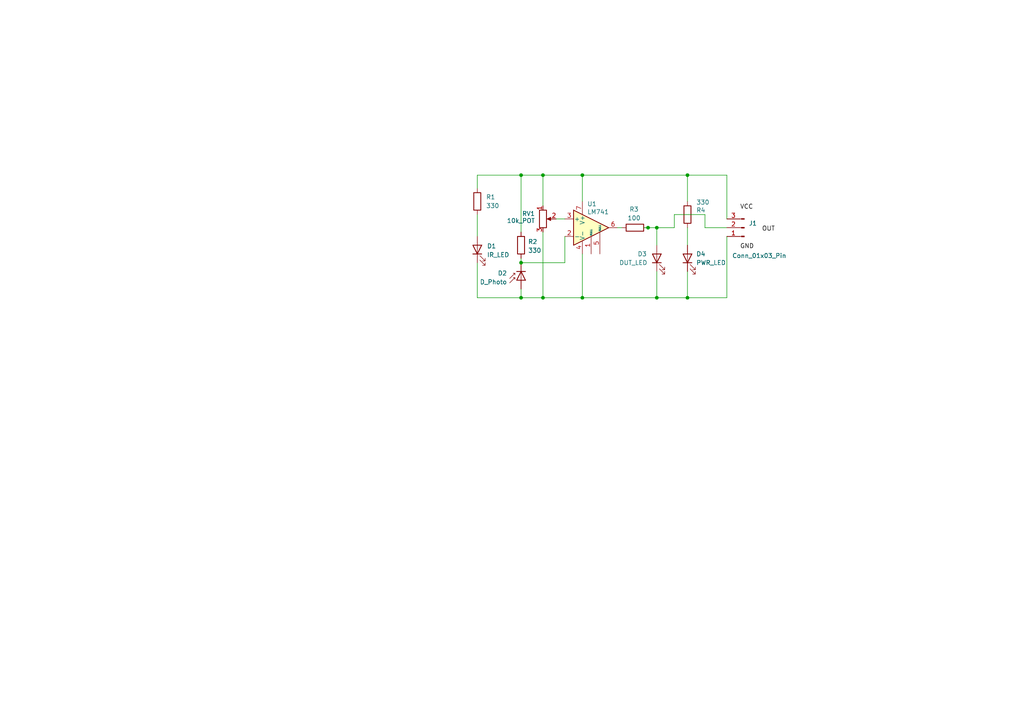
<source format=kicad_sch>
(kicad_sch (version 20231120) (generator "eeschema") (generator_version "8.0")
  (paper "A4")
  (lib_symbols
    (symbol "Amplifier_Operational:LM741" (pin_names (offset 0.127))
      (property "Reference" "U" (at 0 6.35 0))
      (property "Value" "LM741" (at 0 3.81 0))
      (symbol "LM741_0_1"
        (polyline (pts (xy -5.08 5.08) (xy 5.08 0) (xy -5.08 -5.08) (xy -5.08 5.08)) (stroke (width 0.254)) (fill (type background)))
      )
      (symbol "LM741_1_1"
        (pin input line (at 0 -7.62 90) (length 5.08) (name "NULL") (number "1"))
        (pin input line (at -7.62 -2.54 0) (length 2.54) (name "-") (number "2"))
        (pin input line (at -7.62 2.54 0) (length 2.54) (name "+") (number "3"))
        (pin power_in line (at -2.54 -7.62 90) (length 3.81) (name "V-") (number "4"))
        (pin input line (at 2.54 -7.62 90) (length 6.35) (name "NULL") (number "5"))
        (pin output line (at 7.62 0 180) (length 2.54) (name "~") (number "6"))
        (pin power_in line (at -2.54 7.62 270) (length 3.81) (name "V+") (number "7"))
        (pin no_connect line (at 0 2.54 270) (length 2.54) hide (name "NC") (number "8"))
      )
    )
    (symbol "Connector:Conn_01x03_Pin" (pin_names (offset 1.016) hide)
      (property "Reference" "J" (at 0 5.08 0))
      (property "Value" "Conn_01x03_Pin" (at 0 -5.08 0))
      (symbol "Conn_01x03_Pin_1_1"
        (polyline (pts (xy 1.27 -2.54) (xy 0.8636 -2.54)) (stroke (width 0.1524)))
        (polyline (pts (xy 1.27 0) (xy 0.8636 0)) (stroke (width 0.1524)))
        (polyline (pts (xy 1.27 2.54) (xy 0.8636 2.54)) (stroke (width 0.1524)))
        (rectangle (start 0.8636 -2.413) (end 0 -2.667) (stroke (width 0.1524)) (fill (type outline)))
        (rectangle (start 0.8636 0.127) (end 0 -0.127) (stroke (width 0.1524)) (fill (type outline)))
        (rectangle (start 0.8636 2.667) (end 0 2.413) (stroke (width 0.1524)) (fill (type outline)))
        (pin passive line (at 5.08 2.54 180) (length 3.81) (name "Pin_1") (number "1"))
        (pin passive line (at 5.08 0 180) (length 3.81) (name "Pin_2") (number "2"))
        (pin passive line (at 5.08 -2.54 180) (length 3.81) (name "Pin_3") (number "3"))
      )
    )
    (symbol "Device:D_Photo" (pin_numbers hide) (pin_names hide)
      (property "Reference" "D" (at 0.508 1.778 0))
      (property "Value" "D_Photo" (at -1.016 -2.794 0))
      (symbol "D_Photo_0_1"
        (polyline (pts (xy -2.54 1.27) (xy -2.54 -1.27)) (stroke (width 0.254)))
        (polyline (pts (xy -2.032 1.778) (xy -1.524 1.778)))
        (polyline (pts (xy 0 0) (xy -2.54 0)))
        (polyline (pts (xy -0.508 3.302) (xy -2.032 1.778) (xy -2.032 2.286)))
        (polyline (pts (xy 0 -1.27) (xy 0 1.27) (xy -2.54 0) (xy 0 -1.27)) (stroke (width 0.254)))
        (polyline (pts (xy 0.762 3.302) (xy -0.762 1.778) (xy -0.762 2.286) (xy -0.762 1.778) (xy -0.254 1.778)))
      )
      (symbol "D_Photo_1_1"
        (pin passive line (at -5.08 0 0) (length 2.54) (name "K") (number "1"))
        (pin passive line (at 2.54 0 180) (length 2.54) (name "A") (number "2"))
      )
    )
    (symbol "Device:LED" (pin_numbers hide) (pin_names (offset 1.016) hide)
      (property "Reference" "D" (at 0 2.54 0))
      (property "Value" "LED" (at 0 -2.54 0))
      (symbol "LED_0_1"
        (polyline (pts (xy -1.27 -1.27) (xy -1.27 1.27)) (stroke (width 0.254)))
        (polyline (pts (xy -1.27 0) (xy 1.27 0)))
        (polyline (pts (xy 1.27 -1.27) (xy 1.27 1.27) (xy -1.27 0) (xy 1.27 -1.27)) (stroke (width 0.254)))
        (polyline (pts (xy -3.048 -0.762) (xy -4.572 -2.286) (xy -3.81 -2.286) (xy -4.572 -2.286) (xy -4.572 -1.524)))
        (polyline (pts (xy -1.778 -0.762) (xy -3.302 -2.286) (xy -2.54 -2.286) (xy -3.302 -2.286) (xy -3.302 -1.524)))
      )
      (symbol "LED_1_1"
        (pin passive line (at -3.81 0 0) (length 2.54) (name "K") (number "1"))
        (pin passive line (at 3.81 0 180) (length 2.54) (name "A") (number "2"))
      )
    )
    (symbol "Device:R" (pin_numbers hide) (pin_names (offset 0))
      (property "Reference" "R" (at 2.032 0 90))
      (property "Value" "R" (at 0 0 90))
      (symbol "R_0_1"
        (rectangle (start -1.016 -2.54) (end 1.016 2.54) (stroke (width 0.254)))
      )
      (symbol "R_1_1"
        (pin passive line (at 0 3.81 270) (length 1.27) (name "~") (number "1"))
        (pin passive line (at 0 -3.81 90) (length 1.27) (name "~") (number "2"))
      )
    )
    (symbol "Device:R_Potentiometer" (pin_names (offset 1.016) hide)
      (property "Reference" "RV" (at -4.445 0 90))
      (property "Value" "R_Potentiometer" (at -2.54 0 90))
      (symbol "R_Potentiometer_0_1"
        (polyline (pts (xy 2.54 0) (xy 1.524 0)))
        (polyline (pts (xy 1.143 0) (xy 2.286 0.508) (xy 2.286 -0.508) (xy 1.143 0)) (fill (type outline)))
        (rectangle (start 1.016 2.54) (end -1.016 -2.54) (stroke (width 0.254)))
      )
      (symbol "R_Potentiometer_1_1"
        (pin passive line (at 0 3.81 270) (length 1.27) (name "1") (number "1"))
        (pin passive line (at 3.81 0 180) (length 1.27) (name "2") (number "2"))
        (pin passive line (at 0 -3.81 90) (length 1.27) (name "3") (number "3"))
      )
    )
  )
  (junction (at 151.13 86.36))
  (junction (at 199.39 50.8))
  (junction (at 190.5 86.36))
  (junction (at 168.91 50.8))
  (junction (at 168.91 86.36))
  (junction (at 151.13 50.8))
  (junction (at 199.39 86.36))
  (junction (at 157.48 50.8))
  (junction (at 190.5 66.04))
  (junction (at 187.96 66.04))
  (junction (at 151.13 76.2))
  (junction (at 157.48 86.36))
  (wire (pts (xy 199.39 66.04) (xy 199.39 71.12)))
  (wire (pts (xy 199.39 78.74) (xy 199.39 86.36)))
  (wire (pts (xy 204.47 62.23) (xy 204.47 66.04)))
  (wire (pts (xy 210.82 68.58) (xy 210.82 86.36)))
  (wire (pts (xy 163.83 68.58) (xy 163.83 76.2)))
  (wire (pts (xy 157.48 86.36) (xy 168.91 86.36)))
  (wire (pts (xy 151.13 50.8) (xy 151.13 67.31)))
  (wire (pts (xy 210.82 63.5) (xy 210.82 50.8)))
  (wire (pts (xy 168.91 50.8) (xy 168.91 58.42)))
  (wire (pts (xy 151.13 76.2) (xy 163.83 76.2)))
  (wire (pts (xy 199.39 50.8) (xy 199.39 58.42)))
  (wire (pts (xy 168.91 50.8) (xy 157.48 50.8)))
  (wire (pts (xy 151.13 86.36) (xy 157.48 86.36)))
  (wire (pts (xy 151.13 76.2) (xy 151.13 74.93)))
  (wire (pts (xy 161.29 63.5) (xy 163.83 63.5)))
  (wire (pts (xy 138.43 50.8) (xy 138.43 54.61)))
  (wire (pts (xy 151.13 86.36) (xy 138.43 86.36)))
  (wire (pts (xy 190.5 66.04) (xy 190.5 71.12)))
  (wire (pts (xy 210.82 50.8) (xy 199.39 50.8)))
  (wire (pts (xy 157.48 50.8) (xy 157.48 59.69)))
  (wire (pts (xy 190.5 66.04) (xy 195.58 66.04)))
  (wire (pts (xy 138.43 76.2) (xy 138.43 86.36)))
  (wire (pts (xy 190.5 86.36) (xy 190.5 78.74)))
  (wire (pts (xy 157.48 50.8) (xy 151.13 50.8)))
  (wire (pts (xy 195.58 66.04) (xy 195.58 62.23)))
  (wire (pts (xy 204.47 66.04) (xy 210.82 66.04)))
  (wire (pts (xy 187.96 66.04) (xy 190.5 66.04)))
  (wire (pts (xy 151.13 50.8) (xy 138.43 50.8)))
  (wire (pts (xy 195.58 62.23) (xy 204.47 62.23)))
  (wire (pts (xy 199.39 86.36) (xy 190.5 86.36)))
  (wire (pts (xy 151.13 83.82) (xy 151.13 86.36)))
  (wire (pts (xy 199.39 50.8) (xy 168.91 50.8)))
  (wire (pts (xy 168.91 86.36) (xy 190.5 86.36)))
  (wire (pts (xy 186.69 66.04) (xy 187.96 66.04)))
  (wire (pts (xy 210.82 86.36) (xy 199.39 86.36)))
  (wire (pts (xy 138.43 62.23) (xy 138.43 68.58)))
  (wire (pts (xy 157.48 67.31) (xy 157.48 86.36)))
  (wire (pts (xy 179.07 66.04) (xy 180.34 66.04)))
  (wire (pts (xy 168.91 73.66) (xy 168.91 86.36)))
  (label "GND" (at 214.63 72.39 0))
  (label "OUT" (at 220.98 67.31 0))
  (label "VCC" (at 214.63 60.96 0))
  (symbol (lib_id "Device:D_Photo") (at 151.13 81.28 90) (mirror x) (unit 1)
    (property "Reference" "D2" (at 147.066 79.248 90) (effects (justify left)))
    (property "Value" "D_Photo" (at 147.066 81.788 90) (effects (justify left)))
    (property "Footprint" "LED_THT:LED_D5.0mm_Horizontal_O1.27mm_Z3.0mm" (effects (hide yes)))
    (property "Description" "Photodiode" (effects (hide yes)))
  )
  (symbol (lib_id "Device:R") (at 199.39 62.23 180) (unit 1)
    (property "Reference" "R4" (at 201.93 60.9599 0) (effects (justify right)))
    (property "Value" "330" (at 201.93 58.674 0) (effects (justify right)))
    (property "Footprint" "Resistor_SMD:R_0805_2012Metric" (effects (hide yes)))
    (property "Description" "Resistor" (effects (hide yes)))
  )
  (symbol (lib_id "Device:R") (at 138.43 58.42 0) (unit 1)
    (property "Reference" "R1" (at 140.97 57.15 0) (effects (justify left)))
    (property "Value" "330" (at 140.97 59.69 0) (effects (justify left)))
    (property "Footprint" "Resistor_SMD:R_0805_2012Metric" (effects (hide yes)))
    (property "Description" "Resistor" (effects (hide yes)))
  )
  (symbol (lib_id "Amplifier_Operational:LM741") (at 171.45 66.04 0) (unit 1)
    (property "Reference" "U1" (at 171.704 59.1506 0))
    (property "Value" "LM741" (at 173.482 61.468 0))
    (property "Footprint" "Package_SO:SOIC-8_3.9x4.9mm_P1.27mm" (effects (hide yes)))
    (property "Datasheet" "http://www.ti.com/lit/ds/symlink/lm741.pdf" (effects (hide yes)))
    (property "Description" "Operational Amplifier, DIP-8/TO-99-8" (effects (hide yes)))
  )
  (symbol (lib_id "Device:LED") (at 199.39 74.93 90) (unit 1)
    (property "Reference" "D4" (at 201.93 73.66 90) (effects (justify right)))
    (property "Value" "PWR_LED" (at 201.93 76.2 90) (effects (justify right)))
    (property "Footprint" "LED_SMD:LED_0805_2012Metric_Pad1.15x1.40mm_HandSolder" (effects (hide yes)))
    (property "Description" "Light emitting diode" (effects (hide yes)))
  )
  (symbol (lib_id "Device:LED") (at 138.43 72.39 90) (unit 1)
    (property "Reference" "D1" (at 141.224 71.374 90) (effects (justify right)))
    (property "Value" "IR_LED" (at 141.224 73.914 90) (effects (justify right)))
    (property "Footprint" "LED_THT:LED_D5.0mm_Horizontal_O1.27mm_Z3.0mm" (effects (hide yes)))
    (property "Description" "Light emitting diode" (effects (hide yes)))
  )
  (symbol (lib_id "Connector:Conn_01x03_Pin") (at 215.9 66.04 180) (unit 1)
    (property "Reference" "J1" (at 217.17 64.7699 0) (effects (justify right)))
    (property "Value" "Conn_01x03_Pin" (at 212.344 74.168 0) (effects (justify right)))
    (property "Footprint" "Connector_PinHeader_2.54mm:PinHeader_1x03_P2.54mm_Horizontal" (effects (hide yes)))
    (property "Description" "Generic connector, single row, 01x03, script generated" (effects (hide yes)))
  )
  (symbol (lib_id "Device:R") (at 184.15 66.04 90) (unit 1)
    (property "Reference" "R3" (at 183.896 60.706 90))
    (property "Value" "100" (at 183.896 63.246 90))
    (property "Footprint" "Resistor_SMD:R_0805_2012Metric" (effects (hide yes)))
    (property "Description" "Resistor" (effects (hide yes)))
  )
  (symbol (lib_id "Device:LED") (at 190.5 74.93 90) (unit 1)
    (property "Reference" "D3" (at 184.912 73.66 90) (effects (justify right)))
    (property "Value" "DUT_LED" (at 179.578 76.2 90) (effects (justify right)))
    (property "Footprint" "LED_SMD:LED_0805_2012Metric_Pad1.15x1.40mm_HandSolder" (effects (hide yes)))
    (property "Description" "Light emitting diode" (effects (hide yes)))
  )
  (symbol (lib_id "Device:R_Potentiometer") (at 157.48 63.5 0) (unit 1)
    (property "Reference" "RV1" (at 155.194 61.976 0) (effects (justify right)))
    (property "Value" "10k_POT" (at 155.194 64.008 0) (effects (justify right)))
    (property "Footprint" "Potentiometer_THT:Potentiometer_ACP_CA9-V10_Vertical_Hole" (effects (hide yes)))
    (property "Description" "Potentiometer" (effects (hide yes)))
  )
  (symbol (lib_id "Device:R") (at 151.13 71.12 0) (unit 1)
    (property "Reference" "R2" (at 153.162 70.104 0) (effects (justify left)))
    (property "Value" "330" (at 153.162 72.644 0) (effects (justify left)))
    (property "Footprint" "Resistor_SMD:R_0805_2012Metric" (effects (hide yes)))
    (property "Description" "Resistor" (effects (hide yes)))
  )
)
</source>
